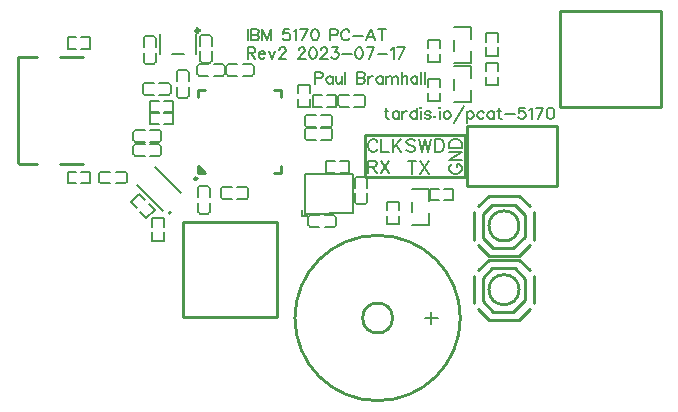
<source format=gto>
G04 Layer: TopSilkscreenLayer*
G04 EasyEDA v6.5.39, 2024-01-14 11:16:20*
G04 7225f5b682534d558e40c38ebd35b67e,4e7111fa6b144b4da7037494b399c203,10*
G04 Gerber Generator version 0.2*
G04 Scale: 100 percent, Rotated: No, Reflected: No *
G04 Dimensions in millimeters *
G04 leading zeros omitted , absolute positions ,4 integer and 5 decimal *
%FSLAX45Y45*%
%MOMM*%

%ADD10C,0.1530*%
%ADD11C,0.1520*%
%ADD12C,0.1524*%
%ADD13C,0.2540*%
%ADD14C,0.1520*%
%ADD15C,0.3000*%
%ADD16C,0.2000*%
%ADD17C,0.0114*%

%LPD*%
D10*
X2250109Y3835821D02*
G01*
X2250109Y3740571D01*
X2280081Y3835821D02*
G01*
X2280081Y3740571D01*
X2280081Y3835821D02*
G01*
X2320975Y3835821D01*
X2334691Y3831503D01*
X2339263Y3826931D01*
X2343835Y3817787D01*
X2343835Y3808643D01*
X2339263Y3799499D01*
X2334691Y3794927D01*
X2320975Y3790355D01*
X2280081Y3790355D02*
G01*
X2320975Y3790355D01*
X2334691Y3786037D01*
X2339263Y3781465D01*
X2343835Y3772321D01*
X2343835Y3758605D01*
X2339263Y3749461D01*
X2334691Y3744889D01*
X2320975Y3740571D01*
X2280081Y3740571D01*
X2373807Y3835821D02*
G01*
X2373807Y3740571D01*
X2373807Y3835821D02*
G01*
X2410129Y3740571D01*
X2446451Y3835821D02*
G01*
X2410129Y3740571D01*
X2446451Y3835821D02*
G01*
X2446451Y3740571D01*
X2600883Y3835821D02*
G01*
X2555671Y3835821D01*
X2551099Y3794927D01*
X2555671Y3799499D01*
X2569133Y3804071D01*
X2582849Y3804071D01*
X2596565Y3799499D01*
X2605455Y3790355D01*
X2610027Y3776893D01*
X2610027Y3767749D01*
X2605455Y3754033D01*
X2596565Y3744889D01*
X2582849Y3740571D01*
X2569133Y3740571D01*
X2555671Y3744889D01*
X2551099Y3749461D01*
X2546527Y3758605D01*
X2639999Y3817787D02*
G01*
X2649143Y3822359D01*
X2662859Y3835821D01*
X2662859Y3740571D01*
X2756585Y3835821D02*
G01*
X2711119Y3740571D01*
X2692831Y3835821D02*
G01*
X2756585Y3835821D01*
X2813735Y3835821D02*
G01*
X2800019Y3831503D01*
X2791129Y3817787D01*
X2786557Y3794927D01*
X2786557Y3781465D01*
X2791129Y3758605D01*
X2800019Y3744889D01*
X2813735Y3740571D01*
X2822879Y3740571D01*
X2836341Y3744889D01*
X2845485Y3758605D01*
X2850057Y3781465D01*
X2850057Y3794927D01*
X2845485Y3817787D01*
X2836341Y3831503D01*
X2822879Y3835821D01*
X2813735Y3835821D01*
X2950133Y3835821D02*
G01*
X2950133Y3740571D01*
X2950133Y3835821D02*
G01*
X2991027Y3835821D01*
X3004743Y3831503D01*
X3009061Y3826931D01*
X3013633Y3817787D01*
X3013633Y3804071D01*
X3009061Y3794927D01*
X3004743Y3790355D01*
X2991027Y3786037D01*
X2950133Y3786037D01*
X3111931Y3813215D02*
G01*
X3107359Y3822359D01*
X3098215Y3831503D01*
X3089071Y3835821D01*
X3071037Y3835821D01*
X3061893Y3831503D01*
X3052749Y3822359D01*
X3048177Y3813215D01*
X3043605Y3799499D01*
X3043605Y3776893D01*
X3048177Y3763177D01*
X3052749Y3754033D01*
X3061893Y3744889D01*
X3071037Y3740571D01*
X3089071Y3740571D01*
X3098215Y3744889D01*
X3107359Y3754033D01*
X3111931Y3763177D01*
X3141903Y3781465D02*
G01*
X3223691Y3781465D01*
X3289985Y3835821D02*
G01*
X3253663Y3740571D01*
X3289985Y3835821D02*
G01*
X3326561Y3740571D01*
X3267379Y3772321D02*
G01*
X3312845Y3772321D01*
X3388283Y3835821D02*
G01*
X3388283Y3740571D01*
X3356533Y3835821D02*
G01*
X3420033Y3835821D01*
X2250224Y3680861D02*
G01*
X2250224Y3585357D01*
X2250224Y3680861D02*
G01*
X2291118Y3680861D01*
X2304580Y3676289D01*
X2309152Y3671717D01*
X2313724Y3662827D01*
X2313724Y3653683D01*
X2309152Y3644539D01*
X2304580Y3639967D01*
X2291118Y3635395D01*
X2250224Y3635395D01*
X2281974Y3635395D02*
G01*
X2313724Y3585357D01*
X2343696Y3621933D02*
G01*
X2398306Y3621933D01*
X2398306Y3630823D01*
X2393734Y3639967D01*
X2389162Y3644539D01*
X2380272Y3649111D01*
X2366556Y3649111D01*
X2357412Y3644539D01*
X2348268Y3635395D01*
X2343696Y3621933D01*
X2343696Y3612789D01*
X2348268Y3599073D01*
X2357412Y3589929D01*
X2366556Y3585357D01*
X2380272Y3585357D01*
X2389162Y3589929D01*
X2398306Y3599073D01*
X2428278Y3649111D02*
G01*
X2455710Y3585357D01*
X2482888Y3649111D02*
G01*
X2455710Y3585357D01*
X2517432Y3658255D02*
G01*
X2517432Y3662827D01*
X2522004Y3671717D01*
X2526576Y3676289D01*
X2535720Y3680861D01*
X2553754Y3680861D01*
X2562898Y3676289D01*
X2567470Y3671717D01*
X2572042Y3662827D01*
X2572042Y3653683D01*
X2567470Y3644539D01*
X2558326Y3630823D01*
X2512860Y3585357D01*
X2576614Y3585357D01*
X2681008Y3658255D02*
G01*
X2681008Y3662827D01*
X2685580Y3671717D01*
X2690152Y3676289D01*
X2699296Y3680861D01*
X2717330Y3680861D01*
X2726474Y3676289D01*
X2731046Y3671717D01*
X2735618Y3662827D01*
X2735618Y3653683D01*
X2731046Y3644539D01*
X2721902Y3630823D01*
X2676436Y3585357D01*
X2740190Y3585357D01*
X2797340Y3680861D02*
G01*
X2783878Y3676289D01*
X2774734Y3662827D01*
X2770162Y3639967D01*
X2770162Y3626251D01*
X2774734Y3603645D01*
X2783878Y3589929D01*
X2797340Y3585357D01*
X2806484Y3585357D01*
X2820200Y3589929D01*
X2829344Y3603645D01*
X2833916Y3626251D01*
X2833916Y3639967D01*
X2829344Y3662827D01*
X2820200Y3676289D01*
X2806484Y3680861D01*
X2797340Y3680861D01*
X2868460Y3658255D02*
G01*
X2868460Y3662827D01*
X2872778Y3671717D01*
X2877350Y3676289D01*
X2886494Y3680861D01*
X2904782Y3680861D01*
X2913672Y3676289D01*
X2918244Y3671717D01*
X2922816Y3662827D01*
X2922816Y3653683D01*
X2918244Y3644539D01*
X2909354Y3630823D01*
X2863888Y3585357D01*
X2927388Y3585357D01*
X2966504Y3680861D02*
G01*
X3016542Y3680861D01*
X2989364Y3644539D01*
X3002826Y3644539D01*
X3011970Y3639967D01*
X3016542Y3635395D01*
X3021114Y3621933D01*
X3021114Y3612789D01*
X3016542Y3599073D01*
X3007398Y3589929D01*
X2993682Y3585357D01*
X2980220Y3585357D01*
X2966504Y3589929D01*
X2961932Y3594501D01*
X2957360Y3603645D01*
X3051086Y3626251D02*
G01*
X3132874Y3626251D01*
X3190278Y3680861D02*
G01*
X3176562Y3676289D01*
X3167418Y3662827D01*
X3162846Y3639967D01*
X3162846Y3626251D01*
X3167418Y3603645D01*
X3176562Y3589929D01*
X3190278Y3585357D01*
X3199168Y3585357D01*
X3212884Y3589929D01*
X3222028Y3603645D01*
X3226600Y3626251D01*
X3226600Y3639967D01*
X3222028Y3662827D01*
X3212884Y3676289D01*
X3199168Y3680861D01*
X3190278Y3680861D01*
X3320072Y3680861D02*
G01*
X3274606Y3585357D01*
X3256572Y3680861D02*
G01*
X3320072Y3680861D01*
X3350044Y3626251D02*
G01*
X3432086Y3626251D01*
X3462058Y3662827D02*
G01*
X3470948Y3667399D01*
X3484664Y3680861D01*
X3484664Y3585357D01*
X3578390Y3680861D02*
G01*
X3532924Y3585357D01*
X3514636Y3680861D02*
G01*
X3578390Y3680861D01*
X3423635Y3170816D02*
G01*
X3423635Y3093600D01*
X3428207Y3079884D01*
X3437351Y3075566D01*
X3446241Y3075566D01*
X3409919Y3139066D02*
G01*
X3441669Y3139066D01*
X3530823Y3139066D02*
G01*
X3530823Y3075566D01*
X3530823Y3125350D02*
G01*
X3521679Y3134494D01*
X3512789Y3139066D01*
X3499073Y3139066D01*
X3489929Y3134494D01*
X3480785Y3125350D01*
X3476213Y3111888D01*
X3476213Y3102744D01*
X3480785Y3089028D01*
X3489929Y3079884D01*
X3499073Y3075566D01*
X3512789Y3075566D01*
X3521679Y3079884D01*
X3530823Y3089028D01*
X3560795Y3139066D02*
G01*
X3560795Y3075566D01*
X3560795Y3111888D02*
G01*
X3565367Y3125350D01*
X3574511Y3134494D01*
X3583655Y3139066D01*
X3597371Y3139066D01*
X3681699Y3170816D02*
G01*
X3681699Y3075566D01*
X3681699Y3125350D02*
G01*
X3672809Y3134494D01*
X3663665Y3139066D01*
X3649949Y3139066D01*
X3640805Y3134494D01*
X3631915Y3125350D01*
X3627343Y3111888D01*
X3627343Y3102744D01*
X3631915Y3089028D01*
X3640805Y3079884D01*
X3649949Y3075566D01*
X3663665Y3075566D01*
X3672809Y3079884D01*
X3681699Y3089028D01*
X3711671Y3170816D02*
G01*
X3716243Y3166244D01*
X3720815Y3170816D01*
X3716243Y3175388D01*
X3711671Y3170816D01*
X3716243Y3139066D02*
G01*
X3716243Y3075566D01*
X3800825Y3125350D02*
G01*
X3796253Y3134494D01*
X3782791Y3139066D01*
X3769075Y3139066D01*
X3755359Y3134494D01*
X3750787Y3125350D01*
X3755359Y3116460D01*
X3764503Y3111888D01*
X3787363Y3107316D01*
X3796253Y3102744D01*
X3800825Y3093600D01*
X3800825Y3089028D01*
X3796253Y3079884D01*
X3782791Y3075566D01*
X3769075Y3075566D01*
X3755359Y3079884D01*
X3750787Y3089028D01*
X3835369Y3098172D02*
G01*
X3830797Y3093600D01*
X3835369Y3089028D01*
X3839941Y3093600D01*
X3835369Y3098172D01*
X3869913Y3170816D02*
G01*
X3874485Y3166244D01*
X3879057Y3170816D01*
X3874485Y3175388D01*
X3869913Y3170816D01*
X3874485Y3139066D02*
G01*
X3874485Y3075566D01*
X3931889Y3139066D02*
G01*
X3922745Y3134494D01*
X3913601Y3125350D01*
X3909029Y3111888D01*
X3909029Y3102744D01*
X3913601Y3089028D01*
X3922745Y3079884D01*
X3931889Y3075566D01*
X3945351Y3075566D01*
X3954495Y3079884D01*
X3963639Y3089028D01*
X3968211Y3102744D01*
X3968211Y3111888D01*
X3963639Y3125350D01*
X3954495Y3134494D01*
X3945351Y3139066D01*
X3931889Y3139066D01*
X4079971Y3189104D02*
G01*
X3998183Y3043562D01*
X4109943Y3139066D02*
G01*
X4109943Y3043562D01*
X4109943Y3125350D02*
G01*
X4119087Y3134494D01*
X4128231Y3139066D01*
X4141693Y3139066D01*
X4150837Y3134494D01*
X4159981Y3125350D01*
X4164553Y3111888D01*
X4164553Y3102744D01*
X4159981Y3089028D01*
X4150837Y3079884D01*
X4141693Y3075566D01*
X4128231Y3075566D01*
X4119087Y3079884D01*
X4109943Y3089028D01*
X4249135Y3125350D02*
G01*
X4239991Y3134494D01*
X4230847Y3139066D01*
X4217131Y3139066D01*
X4208241Y3134494D01*
X4199097Y3125350D01*
X4194525Y3111888D01*
X4194525Y3102744D01*
X4199097Y3089028D01*
X4208241Y3079884D01*
X4217131Y3075566D01*
X4230847Y3075566D01*
X4239991Y3079884D01*
X4249135Y3089028D01*
X4333717Y3139066D02*
G01*
X4333717Y3075566D01*
X4333717Y3125350D02*
G01*
X4324573Y3134494D01*
X4315429Y3139066D01*
X4301713Y3139066D01*
X4292823Y3134494D01*
X4283679Y3125350D01*
X4279107Y3111888D01*
X4279107Y3102744D01*
X4283679Y3089028D01*
X4292823Y3079884D01*
X4301713Y3075566D01*
X4315429Y3075566D01*
X4324573Y3079884D01*
X4333717Y3089028D01*
X4377151Y3170816D02*
G01*
X4377151Y3093600D01*
X4381723Y3079884D01*
X4390867Y3075566D01*
X4400011Y3075566D01*
X4363689Y3139066D02*
G01*
X4395439Y3139066D01*
X4429983Y3116460D02*
G01*
X4511771Y3116460D01*
X4596353Y3170816D02*
G01*
X4550887Y3170816D01*
X4546315Y3129922D01*
X4550887Y3134494D01*
X4564603Y3139066D01*
X4578065Y3139066D01*
X4591781Y3134494D01*
X4600925Y3125350D01*
X4605497Y3111888D01*
X4605497Y3102744D01*
X4600925Y3089028D01*
X4591781Y3079884D01*
X4578065Y3075566D01*
X4564603Y3075566D01*
X4550887Y3079884D01*
X4546315Y3084456D01*
X4541743Y3093600D01*
X4635469Y3152782D02*
G01*
X4644613Y3157354D01*
X4658075Y3170816D01*
X4658075Y3075566D01*
X4751801Y3170816D02*
G01*
X4706335Y3075566D01*
X4688047Y3170816D02*
G01*
X4751801Y3170816D01*
X4808951Y3170816D02*
G01*
X4795489Y3166244D01*
X4786345Y3152782D01*
X4781773Y3129922D01*
X4781773Y3116460D01*
X4786345Y3093600D01*
X4795489Y3079884D01*
X4808951Y3075566D01*
X4818095Y3075566D01*
X4831811Y3079884D01*
X4840955Y3093600D01*
X4845527Y3116460D01*
X4845527Y3129922D01*
X4840955Y3152782D01*
X4831811Y3166244D01*
X4818095Y3170816D01*
X4808951Y3170816D01*
D11*
X3347981Y2879356D02*
G01*
X3342650Y2889770D01*
X3332233Y2900182D01*
X3321829Y2905259D01*
X3301248Y2905259D01*
X3290831Y2900182D01*
X3280420Y2889770D01*
X3275083Y2879356D01*
X3270011Y2863862D01*
X3270011Y2837703D01*
X3275083Y2822206D01*
X3280420Y2811795D01*
X3290831Y2801378D01*
X3301248Y2796298D01*
X3321829Y2796298D01*
X3332233Y2801378D01*
X3342650Y2811795D01*
X3347981Y2822206D01*
X3382279Y2905259D02*
G01*
X3382279Y2796298D01*
X3382279Y2796298D02*
G01*
X3444504Y2796298D01*
X3478796Y2905259D02*
G01*
X3478796Y2796298D01*
X3551697Y2905259D02*
G01*
X3478796Y2832620D01*
X3504699Y2858528D02*
G01*
X3551697Y2796298D01*
X3666858Y2889506D02*
G01*
X3656446Y2899928D01*
X3640955Y2905257D01*
X3620117Y2905257D01*
X3604638Y2899928D01*
X3594221Y2889506D01*
X3594221Y2879092D01*
X3599296Y2868686D01*
X3604638Y2863603D01*
X3615042Y2858523D01*
X3646037Y2848107D01*
X3656446Y2842778D01*
X3661788Y2837695D01*
X3666858Y2827281D01*
X3666858Y2811536D01*
X3656446Y2801373D01*
X3640955Y2796034D01*
X3620117Y2796034D01*
X3604638Y2801373D01*
X3594221Y2811536D01*
X3701148Y2905257D02*
G01*
X3727058Y2796034D01*
X3753225Y2905257D02*
G01*
X3727058Y2796034D01*
X3753225Y2905257D02*
G01*
X3779126Y2796034D01*
X3805039Y2905257D02*
G01*
X3779126Y2796034D01*
X3839324Y2905257D02*
G01*
X3839324Y2796034D01*
X3839324Y2905257D02*
G01*
X3875653Y2905257D01*
X3891396Y2899928D01*
X3901808Y2889506D01*
X3906890Y2879092D01*
X3912217Y2863603D01*
X3912217Y2837695D01*
X3906890Y2821942D01*
X3901808Y2811536D01*
X3891396Y2801373D01*
X3875653Y2796034D01*
X3839324Y2796034D01*
X3980657Y2691137D02*
G01*
X3970235Y2686055D01*
X3959829Y2675643D01*
X3954749Y2665234D01*
X3954749Y2644406D01*
X3959829Y2633987D01*
X3970235Y2623573D01*
X3980657Y2618493D01*
X3996154Y2613157D01*
X4022062Y2613157D01*
X4037807Y2618493D01*
X4048221Y2623573D01*
X4058627Y2633987D01*
X4063710Y2644406D01*
X4063710Y2665234D01*
X4058627Y2675643D01*
X4048221Y2686055D01*
X4037807Y2691137D01*
X4022062Y2691137D01*
X4022062Y2665234D02*
G01*
X4022062Y2691137D01*
X3954749Y2725427D02*
G01*
X4063710Y2725427D01*
X3954749Y2725427D02*
G01*
X4063710Y2798325D01*
X3954749Y2798325D02*
G01*
X4063710Y2798325D01*
X3954749Y2832620D02*
G01*
X4063710Y2832620D01*
X3954749Y2832620D02*
G01*
X3954749Y2868937D01*
X3959829Y2884429D01*
X3970235Y2894853D01*
X3980657Y2899925D01*
X3996154Y2905257D01*
X4022062Y2905257D01*
X4037807Y2899925D01*
X4048221Y2894853D01*
X4058627Y2884429D01*
X4063710Y2868937D01*
X4063710Y2832620D01*
X3641458Y2722377D02*
G01*
X3641458Y2613159D01*
X3604884Y2722377D02*
G01*
X3677785Y2722377D01*
X3712070Y2722377D02*
G01*
X3784711Y2613159D01*
X3784711Y2722377D02*
G01*
X3712070Y2613159D01*
X3269960Y2723514D02*
G01*
X3269960Y2614546D01*
X3269960Y2723514D02*
G01*
X3316701Y2723514D01*
X3332452Y2718442D01*
X3337521Y2713108D01*
X3342604Y2702687D01*
X3342604Y2692529D01*
X3337521Y2682118D01*
X3332452Y2676779D01*
X3316701Y2671696D01*
X3269960Y2671696D01*
X3306287Y2671696D02*
G01*
X3342604Y2614546D01*
X3376902Y2723514D02*
G01*
X3449789Y2614546D01*
X3449789Y2723514D02*
G01*
X3376902Y2614546D01*
D10*
X2820113Y3470879D02*
G01*
X2820113Y3375375D01*
X2820113Y3470879D02*
G01*
X2861007Y3470879D01*
X2874469Y3466307D01*
X2879041Y3461735D01*
X2883613Y3452845D01*
X2883613Y3439129D01*
X2879041Y3429985D01*
X2874469Y3425413D01*
X2861007Y3420841D01*
X2820113Y3420841D01*
X2968195Y3439129D02*
G01*
X2968195Y3375375D01*
X2968195Y3425413D02*
G01*
X2959051Y3434557D01*
X2949907Y3439129D01*
X2936445Y3439129D01*
X2927301Y3434557D01*
X2918157Y3425413D01*
X2913585Y3411951D01*
X2913585Y3402807D01*
X2918157Y3389091D01*
X2927301Y3379947D01*
X2936445Y3375375D01*
X2949907Y3375375D01*
X2959051Y3379947D01*
X2968195Y3389091D01*
X2998167Y3439129D02*
G01*
X2998167Y3393663D01*
X3002739Y3379947D01*
X3011883Y3375375D01*
X3025345Y3375375D01*
X3034489Y3379947D01*
X3048205Y3393663D01*
X3048205Y3439129D02*
G01*
X3048205Y3375375D01*
X3078177Y3470879D02*
G01*
X3078177Y3375375D01*
X3178253Y3470879D02*
G01*
X3178253Y3375375D01*
X3178253Y3470879D02*
G01*
X3219147Y3470879D01*
X3232609Y3466307D01*
X3237181Y3461735D01*
X3241753Y3452845D01*
X3241753Y3443701D01*
X3237181Y3434557D01*
X3232609Y3429985D01*
X3219147Y3425413D01*
X3178253Y3425413D02*
G01*
X3219147Y3425413D01*
X3232609Y3420841D01*
X3237181Y3416269D01*
X3241753Y3407379D01*
X3241753Y3393663D01*
X3237181Y3384519D01*
X3232609Y3379947D01*
X3219147Y3375375D01*
X3178253Y3375375D01*
X3271725Y3439129D02*
G01*
X3271725Y3375375D01*
X3271725Y3411951D02*
G01*
X3276297Y3425413D01*
X3285441Y3434557D01*
X3294585Y3439129D01*
X3308301Y3439129D01*
X3392629Y3439129D02*
G01*
X3392629Y3375375D01*
X3392629Y3425413D02*
G01*
X3383739Y3434557D01*
X3374595Y3439129D01*
X3360879Y3439129D01*
X3351735Y3434557D01*
X3342845Y3425413D01*
X3338273Y3411951D01*
X3338273Y3402807D01*
X3342845Y3389091D01*
X3351735Y3379947D01*
X3360879Y3375375D01*
X3374595Y3375375D01*
X3383739Y3379947D01*
X3392629Y3389091D01*
X3422601Y3439129D02*
G01*
X3422601Y3375375D01*
X3422601Y3420841D02*
G01*
X3436317Y3434557D01*
X3445461Y3439129D01*
X3459177Y3439129D01*
X3468067Y3434557D01*
X3472639Y3420841D01*
X3472639Y3375375D01*
X3472639Y3420841D02*
G01*
X3486355Y3434557D01*
X3495499Y3439129D01*
X3508961Y3439129D01*
X3518105Y3434557D01*
X3522677Y3420841D01*
X3522677Y3375375D01*
X3552649Y3470879D02*
G01*
X3552649Y3375375D01*
X3552649Y3420841D02*
G01*
X3566365Y3434557D01*
X3575509Y3439129D01*
X3588971Y3439129D01*
X3598115Y3434557D01*
X3602687Y3420841D01*
X3602687Y3375375D01*
X3687269Y3439129D02*
G01*
X3687269Y3375375D01*
X3687269Y3425413D02*
G01*
X3678125Y3434557D01*
X3668981Y3439129D01*
X3655519Y3439129D01*
X3646375Y3434557D01*
X3637231Y3425413D01*
X3632659Y3411951D01*
X3632659Y3402807D01*
X3637231Y3389091D01*
X3646375Y3379947D01*
X3655519Y3375375D01*
X3668981Y3375375D01*
X3678125Y3379947D01*
X3687269Y3389091D01*
X3717241Y3470879D02*
G01*
X3717241Y3375375D01*
X3747213Y3470879D02*
G01*
X3747213Y3375375D01*
D12*
X3805930Y1337927D02*
G01*
X3805930Y1442067D01*
X3858000Y1389997D02*
G01*
X3754114Y1389997D01*
D13*
X5746935Y3986100D02*
G01*
X4897051Y3986100D01*
X5747052Y3174065D02*
G01*
X5747052Y3986100D01*
X4897051Y3174065D02*
G01*
X4897051Y3986100D01*
X4897051Y3174057D02*
G01*
X5747052Y3174100D01*
X4870958Y2505963D02*
G01*
X4108958Y2505963D01*
X4108958Y2505963D02*
G01*
X4108958Y3013963D01*
X4870958Y2505963D02*
G01*
X4870958Y2988563D01*
X4870958Y3013963D01*
X4845558Y3013963D01*
X4108958Y3013963D01*
D12*
X1812617Y3795113D02*
G01*
X1812617Y3624872D01*
X1507375Y3795113D02*
G01*
X1507375Y3624872D01*
X1612356Y3624872D02*
G01*
X1707636Y3624872D01*
D13*
X4319917Y1810085D02*
G01*
X4509909Y1810085D01*
X4600079Y1719915D01*
X4600079Y1540083D01*
X4500003Y1440007D01*
X4330077Y1440007D01*
X4239907Y1530177D01*
X4239907Y1730075D01*
X4319917Y1810085D01*
X4547501Y1885015D02*
G01*
X4637008Y1795508D01*
X4675009Y1746839D02*
G01*
X4675009Y1513159D01*
X4637008Y1464490D02*
G01*
X4547501Y1374983D01*
X4164977Y1746839D02*
G01*
X4164977Y1513159D01*
X4202978Y1464490D02*
G01*
X4292485Y1374983D01*
X4292485Y1885015D02*
G01*
X4202978Y1795508D01*
X4292485Y1374983D02*
G01*
X4547501Y1374983D01*
X4292485Y1885015D02*
G01*
X4547501Y1885015D01*
X4319917Y2350084D02*
G01*
X4509909Y2350084D01*
X4600079Y2259914D01*
X4600079Y2080082D01*
X4500003Y1980006D01*
X4330077Y1980006D01*
X4239907Y2070176D01*
X4239907Y2270074D01*
X4319917Y2350084D01*
X4547501Y2425014D02*
G01*
X4637008Y2335507D01*
X4675009Y2286838D02*
G01*
X4675009Y2053158D01*
X4637008Y2004489D02*
G01*
X4547501Y1914982D01*
X4164977Y2286838D02*
G01*
X4164977Y2053158D01*
X4202978Y2004489D02*
G01*
X4292485Y1914982D01*
X4292485Y2425014D02*
G01*
X4202978Y2335507D01*
X4292485Y1914982D02*
G01*
X4547501Y1914982D01*
X4292485Y2425014D02*
G01*
X4547501Y2425014D01*
X660303Y2692786D02*
G01*
X859698Y2692786D01*
X317400Y2692786D02*
G01*
X464698Y2692786D01*
X660615Y3599985D02*
G01*
X859388Y3599985D01*
X302501Y3599985D02*
G01*
X464385Y3599985D01*
X302501Y2699986D02*
G01*
X302501Y3599985D01*
D12*
X2981624Y2259855D02*
G01*
X2902615Y2259855D01*
X2902615Y2160135D02*
G01*
X2981624Y2160135D01*
X2996864Y2175375D02*
G01*
X2996864Y2244615D01*
X2778363Y2259855D02*
G01*
X2857372Y2259855D01*
X2857372Y2160135D02*
G01*
X2778363Y2160135D01*
X2763123Y2175375D02*
G01*
X2763123Y2244615D01*
X3259853Y2368364D02*
G01*
X3259853Y2447373D01*
X3160133Y2447373D02*
G01*
X3160133Y2368364D01*
X3175373Y2353124D02*
G01*
X3244613Y2353124D01*
X3259853Y2571625D02*
G01*
X3259853Y2492616D01*
X3160133Y2492616D02*
G01*
X3160133Y2571625D01*
X3175373Y2586865D02*
G01*
X3244613Y2586865D01*
X3231624Y3279853D02*
G01*
X3152614Y3279853D01*
X3152614Y3180133D02*
G01*
X3231624Y3180133D01*
X3246864Y3195373D02*
G01*
X3246864Y3264613D01*
X3028363Y3279853D02*
G01*
X3107372Y3279853D01*
X3107372Y3180133D02*
G01*
X3028363Y3180133D01*
X3013123Y3195373D02*
G01*
X3013123Y3264613D01*
X1378366Y3280133D02*
G01*
X1457375Y3280133D01*
X1457375Y3379853D02*
G01*
X1378366Y3379853D01*
X1363126Y3364613D02*
G01*
X1363126Y3295373D01*
X1581627Y3280133D02*
G01*
X1502618Y3280133D01*
X1502618Y3379853D02*
G01*
X1581627Y3379853D01*
X1596867Y3364613D02*
G01*
X1596867Y3295373D01*
X1008367Y2530134D02*
G01*
X1087376Y2530134D01*
X1087376Y2629855D02*
G01*
X1008367Y2629855D01*
X993127Y2614615D02*
G01*
X993127Y2545374D01*
X1211628Y2530134D02*
G01*
X1132619Y2530134D01*
X1132619Y2629855D02*
G01*
X1211628Y2629855D01*
X1226868Y2614615D02*
G01*
X1226868Y2545374D01*
X2951624Y3109854D02*
G01*
X2872615Y3109854D01*
X2872615Y3010133D02*
G01*
X2951624Y3010133D01*
X2966864Y3025373D02*
G01*
X2966864Y3094614D01*
X2748363Y3109854D02*
G01*
X2827373Y3109854D01*
X2827373Y3010133D02*
G01*
X2748363Y3010133D01*
X2733123Y3025373D02*
G01*
X2733123Y3094614D01*
X1298366Y2760134D02*
G01*
X1377375Y2760134D01*
X1377375Y2859854D02*
G01*
X1298366Y2859854D01*
X1283126Y2844614D02*
G01*
X1283126Y2775374D01*
X1501627Y2760134D02*
G01*
X1422618Y2760134D01*
X1422618Y2859854D02*
G01*
X1501627Y2859854D01*
X1516867Y2844614D02*
G01*
X1516867Y2775374D01*
X1298366Y2880133D02*
G01*
X1377375Y2880133D01*
X1377375Y2979854D02*
G01*
X1298366Y2979854D01*
X1283126Y2964614D02*
G01*
X1283126Y2895373D01*
X1501627Y2880133D02*
G01*
X1422618Y2880133D01*
X1422618Y2979854D02*
G01*
X1501627Y2979854D01*
X1516867Y2964614D02*
G01*
X1516867Y2895373D01*
X2041626Y3539853D02*
G01*
X1962617Y3539853D01*
X1962617Y3440132D02*
G01*
X2041626Y3440132D01*
X2056866Y3455372D02*
G01*
X2056866Y3524613D01*
X1838365Y3539853D02*
G01*
X1917374Y3539853D01*
X1917374Y3440132D02*
G01*
X1838365Y3440132D01*
X1823125Y3455372D02*
G01*
X1823125Y3524613D01*
X2951624Y2999854D02*
G01*
X2872615Y2999854D01*
X2872615Y2900133D02*
G01*
X2951624Y2900133D01*
X2966864Y2915373D02*
G01*
X2966864Y2984614D01*
X2748363Y2999854D02*
G01*
X2827373Y2999854D01*
X2827373Y2900133D02*
G01*
X2748363Y2900133D01*
X2733123Y2915373D02*
G01*
X2733123Y2984614D01*
X2083366Y3440132D02*
G01*
X2162375Y3440132D01*
X2162375Y3539853D02*
G01*
X2083366Y3539853D01*
X2068126Y3524613D02*
G01*
X2068126Y3455372D01*
X2286627Y3440132D02*
G01*
X2207618Y3440132D01*
X2207618Y3539853D02*
G01*
X2286627Y3539853D01*
X2301867Y3524613D02*
G01*
X2301867Y3455372D01*
X2038365Y2400134D02*
G01*
X2117374Y2400134D01*
X2117374Y2499855D02*
G01*
X2038365Y2499855D01*
X2023125Y2484615D02*
G01*
X2023125Y2415374D01*
X2241626Y2400134D02*
G01*
X2162616Y2400134D01*
X2162616Y2499855D02*
G01*
X2241626Y2499855D01*
X2256866Y2484615D02*
G01*
X2256866Y2415374D01*
X1929856Y2288364D02*
G01*
X1929856Y2367373D01*
X1830136Y2367373D02*
G01*
X1830136Y2288364D01*
X1845376Y2273124D02*
G01*
X1914616Y2273124D01*
X1929856Y2491625D02*
G01*
X1929856Y2412616D01*
X1830136Y2412616D02*
G01*
X1830136Y2491625D01*
X1845376Y2506865D02*
G01*
X1914616Y2506865D01*
X1650136Y3471623D02*
G01*
X1650136Y3392614D01*
X1749856Y3392614D02*
G01*
X1749856Y3471623D01*
X1734616Y3486863D02*
G01*
X1665376Y3486863D01*
X1650136Y3268362D02*
G01*
X1650136Y3347372D01*
X1749856Y3347372D02*
G01*
X1749856Y3268362D01*
X1734616Y3253122D02*
G01*
X1665376Y3253122D01*
X1469857Y3558362D02*
G01*
X1469857Y3637371D01*
X1370136Y3637371D02*
G01*
X1370136Y3558362D01*
X1385376Y3543122D02*
G01*
X1454617Y3543122D01*
X1469857Y3761623D02*
G01*
X1469857Y3682613D01*
X1370136Y3682613D02*
G01*
X1370136Y3761623D01*
X1385376Y3776863D02*
G01*
X1454617Y3776863D01*
X1845137Y3771623D02*
G01*
X1845137Y3692613D01*
X1944855Y3692613D02*
G01*
X1944855Y3771623D01*
X1929617Y3786863D02*
G01*
X1860377Y3786863D01*
X1845137Y3568362D02*
G01*
X1845137Y3647371D01*
X1944855Y3647371D02*
G01*
X1944855Y3568362D01*
X1929617Y3553122D02*
G01*
X1860377Y3553122D01*
X1687548Y2444658D02*
G01*
X1464642Y2667566D01*
X1312438Y2515362D02*
G01*
X1535346Y2292456D01*
D13*
X2500007Y2200008D02*
G01*
X2500007Y1400009D01*
X1700009Y1400009D01*
X1700009Y2200008D01*
X2500007Y2200008D01*
D12*
X3997370Y3547371D02*
G01*
X4142613Y3547371D01*
X4142613Y3650533D01*
X3997370Y3852613D02*
G01*
X4142613Y3852613D01*
X4142613Y3749451D01*
X3997370Y3654452D02*
G01*
X3997370Y3745532D01*
X3997370Y3217372D02*
G01*
X4142613Y3217372D01*
X4142613Y3320534D01*
X3997370Y3522614D02*
G01*
X4142613Y3522614D01*
X4142613Y3419452D01*
X3997370Y3324453D02*
G01*
X3997370Y3415532D01*
X3637371Y2177374D02*
G01*
X3782613Y2177374D01*
X3782613Y2280536D01*
X3637371Y2482616D02*
G01*
X3782613Y2482616D01*
X3782613Y2379454D01*
X3637371Y2284455D02*
G01*
X3637371Y2375535D01*
X797377Y3670132D02*
G01*
X725573Y3670132D01*
X725573Y3769852D01*
X797377Y3769852D01*
X842619Y3670132D02*
G01*
X914422Y3670132D01*
X914422Y3769852D01*
X842619Y3769852D01*
X797377Y2530134D02*
G01*
X725573Y2530134D01*
X725573Y2629855D01*
X797377Y2629855D01*
X842619Y2530134D02*
G01*
X914422Y2530134D01*
X914422Y2629855D01*
X842619Y2629855D01*
X1542618Y3129854D02*
G01*
X1614421Y3129854D01*
X1614421Y3030133D01*
X1542618Y3030133D01*
X1497375Y3129854D02*
G01*
X1425572Y3129854D01*
X1425572Y3030133D01*
X1497375Y3030133D01*
X1542618Y3229853D02*
G01*
X1614421Y3229853D01*
X1614421Y3130133D01*
X1542618Y3130133D01*
X1497375Y3229853D02*
G01*
X1425572Y3229853D01*
X1425572Y3130133D01*
X1497375Y3130133D01*
X2877372Y3180133D02*
G01*
X2805569Y3180133D01*
X2805569Y3279853D01*
X2877372Y3279853D01*
X2922615Y3180133D02*
G01*
X2994418Y3180133D01*
X2994418Y3279853D01*
X2922615Y3279853D01*
X1539857Y2117374D02*
G01*
X1539857Y2045571D01*
X1440136Y2045571D01*
X1440136Y2117374D01*
X1539857Y2162616D02*
G01*
X1539857Y2234420D01*
X1440136Y2234420D01*
X1440136Y2162616D01*
X2987372Y2620134D02*
G01*
X2915569Y2620134D01*
X2915569Y2719854D01*
X2987372Y2719854D01*
X3032615Y2620134D02*
G01*
X3104418Y2620134D01*
X3104418Y2719854D01*
X3032615Y2719854D01*
X4270131Y3727612D02*
G01*
X4270131Y3799415D01*
X4369851Y3799415D01*
X4369851Y3727612D01*
X4270131Y3682370D02*
G01*
X4270131Y3610566D01*
X4369851Y3610566D01*
X4369851Y3682370D01*
X3775133Y3672613D02*
G01*
X3775133Y3744417D01*
X3874853Y3744417D01*
X3874853Y3672613D01*
X3775133Y3627371D02*
G01*
X3775133Y3555568D01*
X3874853Y3555568D01*
X3874853Y3627371D01*
X4369851Y3432370D02*
G01*
X4369851Y3360567D01*
X4270131Y3360567D01*
X4270131Y3432370D01*
X4369851Y3477613D02*
G01*
X4369851Y3549416D01*
X4270131Y3549416D01*
X4270131Y3477613D01*
X3775133Y3342614D02*
G01*
X3775133Y3414417D01*
X3874853Y3414417D01*
X3874853Y3342614D01*
X3775133Y3297372D02*
G01*
X3775133Y3225568D01*
X3874853Y3225568D01*
X3874853Y3297372D01*
X2680134Y3292614D02*
G01*
X2680134Y3364417D01*
X2779854Y3364417D01*
X2779854Y3292614D01*
X2680134Y3247372D02*
G01*
X2680134Y3175568D01*
X2779854Y3175568D01*
X2779854Y3247372D01*
X1308745Y2320734D02*
G01*
X1257973Y2371506D01*
X1328486Y2442019D01*
X1379258Y2391247D01*
X1340736Y2288743D02*
G01*
X1391508Y2237971D01*
X1462021Y2308484D01*
X1411249Y2359256D01*
X3867370Y2385133D02*
G01*
X3795567Y2385133D01*
X3795567Y2484854D01*
X3867370Y2484854D01*
X3912613Y2385133D02*
G01*
X3984416Y2385133D01*
X3984416Y2484854D01*
X3912613Y2484854D01*
X3430132Y2302616D02*
G01*
X3430132Y2374419D01*
X3529853Y2374419D01*
X3529853Y2302616D01*
X3430132Y2257374D02*
G01*
X3430132Y2185570D01*
X3529853Y2185570D01*
X3529853Y2257374D01*
D13*
X1829993Y2645895D02*
G01*
X1839678Y2645895D01*
X1865586Y2619987D01*
X1886877Y2619987D02*
G01*
X1829993Y2676875D01*
X1886877Y2619987D02*
G01*
X1829993Y2619987D01*
X2529987Y2676875D02*
G01*
X2529987Y2629989D01*
X2529987Y2619987D01*
X2473104Y2619987D01*
X2473104Y3319985D02*
G01*
X2529987Y3319985D01*
X2529987Y3263102D01*
X1829993Y3263102D02*
G01*
X1829993Y3319985D01*
X1886877Y3319985D01*
X1829993Y2619987D02*
G01*
X1829993Y2676875D01*
D14*
X2711394Y2300307D02*
G01*
X2711394Y2249507D01*
X2762194Y2249507D01*
D12*
X2737048Y2272126D02*
G01*
X2737048Y2605120D01*
X3143194Y2605107D01*
X3143194Y2440007D01*
X3143194Y2274907D01*
X3143194Y2274907D01*
X2737048Y2272126D01*
G75*
G01*
X2981625Y2160135D02*
G03*
X2996865Y2175375I0J15240D01*
G75*
G01*
X2996865Y2244616D02*
G03*
X2981625Y2259856I-15240J0D01*
G75*
G01*
X2778364Y2160135D02*
G02*
X2763124Y2175375I0J15240D01*
G75*
G01*
X2763124Y2244616D02*
G02*
X2778364Y2259856I15240J0D01*
G75*
G01*
X3160133Y2368365D02*
G03*
X3175373Y2353125I15240J0D01*
G75*
G01*
X3244614Y2353125D02*
G03*
X3259854Y2368365I0J15240D01*
G75*
G01*
X3160133Y2571626D02*
G02*
X3175373Y2586866I15240J0D01*
G75*
G01*
X3244614Y2586866D02*
G02*
X3259854Y2571626I0J-15240D01*
G75*
G01*
X3231624Y3180133D02*
G03*
X3246864Y3195373I0J15240D01*
G75*
G01*
X3246864Y3264614D02*
G03*
X3231624Y3279854I-15240J0D01*
G75*
G01*
X3028363Y3180133D02*
G02*
X3013123Y3195373I0J15240D01*
G75*
G01*
X3013123Y3264614D02*
G02*
X3028363Y3279854I15240J0D01*
G75*
G01*
X1378367Y3379854D02*
G03*
X1363127Y3364614I0J-15240D01*
G75*
G01*
X1363127Y3295373D02*
G03*
X1378367Y3280133I15240J0D01*
G75*
G01*
X1581628Y3379854D02*
G02*
X1596868Y3364614I0J-15240D01*
G75*
G01*
X1596868Y3295373D02*
G02*
X1581628Y3280133I-15240J0D01*
G75*
G01*
X1008367Y2629855D02*
G03*
X993127Y2614615I0J-15240D01*
G75*
G01*
X993127Y2545375D02*
G03*
X1008367Y2530135I15240J0D01*
G75*
G01*
X1211628Y2629855D02*
G02*
X1226868Y2614615I0J-15240D01*
G75*
G01*
X1226868Y2545375D02*
G02*
X1211628Y2530135I-15240J0D01*
G75*
G01*
X2951625Y3010134D02*
G03*
X2966865Y3025374I0J15240D01*
G75*
G01*
X2966865Y3094614D02*
G03*
X2951625Y3109854I-15240J0D01*
G75*
G01*
X2748364Y3010134D02*
G02*
X2733124Y3025374I0J15240D01*
G75*
G01*
X2733124Y3094614D02*
G02*
X2748364Y3109854I15240J0D01*
G75*
G01*
X1298367Y2859855D02*
G03*
X1283127Y2844615I0J-15240D01*
G75*
G01*
X1283127Y2775374D02*
G03*
X1298367Y2760134I15240J0D01*
G75*
G01*
X1501628Y2859855D02*
G02*
X1516868Y2844615I0J-15240D01*
G75*
G01*
X1516868Y2775374D02*
G02*
X1501628Y2760134I-15240J0D01*
G75*
G01*
X1298367Y2979854D02*
G03*
X1283127Y2964614I0J-15240D01*
G75*
G01*
X1283127Y2895374D02*
G03*
X1298367Y2880134I15240J0D01*
G75*
G01*
X1501628Y2979854D02*
G02*
X1516868Y2964614I0J-15240D01*
G75*
G01*
X1516868Y2895374D02*
G02*
X1501628Y2880134I-15240J0D01*
G75*
G01*
X2041627Y3440133D02*
G03*
X2056867Y3455373I0J15240D01*
G75*
G01*
X2056867Y3524613D02*
G03*
X2041627Y3539853I-15240J0D01*
G75*
G01*
X1838366Y3440133D02*
G02*
X1823126Y3455373I0J15240D01*
G75*
G01*
X1823126Y3524613D02*
G02*
X1838366Y3539853I15240J0D01*
G75*
G01*
X2951625Y2900134D02*
G03*
X2966865Y2915374I0J15240D01*
G75*
G01*
X2966865Y2984614D02*
G03*
X2951625Y2999854I-15240J0D01*
G75*
G01*
X2748364Y2900134D02*
G02*
X2733124Y2915374I0J15240D01*
G75*
G01*
X2733124Y2984614D02*
G02*
X2748364Y2999854I15240J0D01*
G75*
G01*
X2083366Y3539853D02*
G03*
X2068126Y3524613I0J-15240D01*
G75*
G01*
X2068126Y3455373D02*
G03*
X2083366Y3440133I15240J0D01*
G75*
G01*
X2286627Y3539853D02*
G02*
X2301867Y3524613I0J-15240D01*
G75*
G01*
X2301867Y3455373D02*
G02*
X2286627Y3440133I-15240J0D01*
G75*
G01*
X2038365Y2499855D02*
G03*
X2023125Y2484615I0J-15240D01*
G75*
G01*
X2023125Y2415375D02*
G03*
X2038365Y2400135I15240J0D01*
G75*
G01*
X2241626Y2499855D02*
G02*
X2256866Y2484615I0J-15240D01*
G75*
G01*
X2256866Y2415375D02*
G02*
X2241626Y2400135I-15240J0D01*
G75*
G01*
X1830136Y2288365D02*
G03*
X1845376Y2273125I15240J0D01*
G75*
G01*
X1914616Y2273125D02*
G03*
X1929856Y2288365I0J15240D01*
G75*
G01*
X1830136Y2491626D02*
G02*
X1845376Y2506866I15240J0D01*
G75*
G01*
X1914616Y2506866D02*
G02*
X1929856Y2491626I0J-15240D01*
G75*
G01*
X1749857Y3471624D02*
G03*
X1734617Y3486864I-15240J0D01*
G75*
G01*
X1665376Y3486864D02*
G03*
X1650136Y3471624I0J-15240D01*
G75*
G01*
X1749857Y3268363D02*
G02*
X1734617Y3253123I-15240J0D01*
G75*
G01*
X1665376Y3253123D02*
G02*
X1650136Y3268363I0J15240D01*
G75*
G01*
X1370137Y3558362D02*
G03*
X1385377Y3543122I15240J0D01*
G75*
G01*
X1454617Y3543122D02*
G03*
X1469857Y3558362I0J15240D01*
G75*
G01*
X1370137Y3761623D02*
G02*
X1385377Y3776863I15240J0D01*
G75*
G01*
X1454617Y3776863D02*
G02*
X1469857Y3761623I0J-15240D01*
G75*
G01*
X1944855Y3771623D02*
G03*
X1929618Y3786863I-15240J0D01*
G75*
G01*
X1860377Y3786863D02*
G03*
X1845137Y3771623I0J-15240D01*
G75*
G01*
X1944855Y3568362D02*
G02*
X1929618Y3553122I-15240J0D01*
G75*
G01*
X1860377Y3553122D02*
G02*
X1845137Y3568362I0J15240D01*
D15*
G75*
G01
X1840103Y3824300D02*
G03X1840103Y3824300I-15011J0D01*
D13*
G75*
G01
X4547514Y1629994D02*
G03X4547514Y1629994I-127508J0D01*
G75*
G01
X4547514Y2169998D02*
G03X4547514Y2169998I-127508J0D01*
G75*
G01
X4050005Y1390015D02*
G03X4050005Y1390015I-699999J0D01*
G75*
G01
X3477006Y1390015D02*
G03X3477006Y1390015I-127000J0D01*
D16*
G75*
G01
X1599819Y2282419D02*
G03X1599819Y2282419I-10008J0D01*
D13*
G75*
G01
X1822679Y2569997D02*
G03X1822679Y2569997I-12700J0D01*
X3245002Y2937484D02*
G01*
X4090009Y2937484D01*
X4090009Y2582494D01*
X3245002Y2582494D01*
X3245002Y2937484D01*
M02*

</source>
